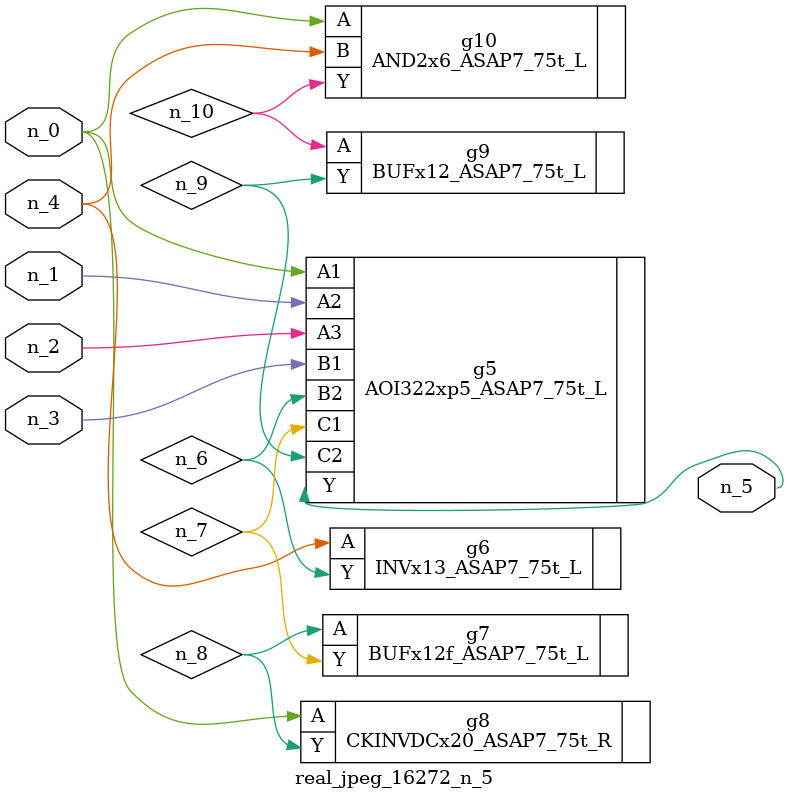
<source format=v>
module real_jpeg_16272_n_5 (n_4, n_0, n_1, n_2, n_3, n_5);

input n_4;
input n_0;
input n_1;
input n_2;
input n_3;

output n_5;

wire n_8;
wire n_6;
wire n_7;
wire n_10;
wire n_9;

AOI322xp5_ASAP7_75t_L g5 ( 
.A1(n_0),
.A2(n_1),
.A3(n_2),
.B1(n_3),
.B2(n_6),
.C1(n_7),
.C2(n_9),
.Y(n_5)
);

CKINVDCx20_ASAP7_75t_R g8 ( 
.A(n_0),
.Y(n_8)
);

AND2x6_ASAP7_75t_L g10 ( 
.A(n_0),
.B(n_4),
.Y(n_10)
);

INVx13_ASAP7_75t_L g6 ( 
.A(n_4),
.Y(n_6)
);

BUFx12f_ASAP7_75t_L g7 ( 
.A(n_8),
.Y(n_7)
);

BUFx12_ASAP7_75t_L g9 ( 
.A(n_10),
.Y(n_9)
);


endmodule
</source>
